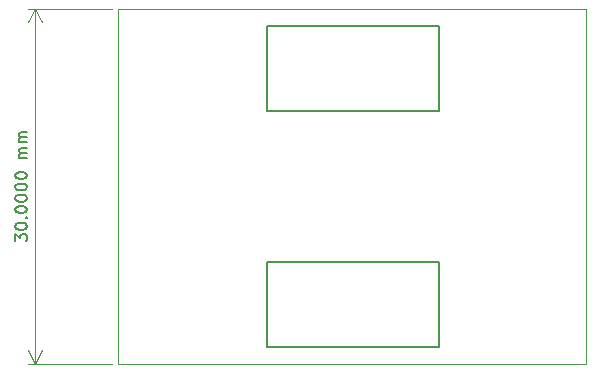
<source format=gm1>
G04 #@! TF.GenerationSoftware,KiCad,Pcbnew,7.0.7-7.0.7~ubuntu22.04.1*
G04 #@! TF.CreationDate,2023-10-15T17:29:54+01:00*
G04 #@! TF.ProjectId,USB_distri,5553425f-6469-4737-9472-692e6b696361,rev?*
G04 #@! TF.SameCoordinates,Original*
G04 #@! TF.FileFunction,Profile,NP*
%FSLAX46Y46*%
G04 Gerber Fmt 4.6, Leading zero omitted, Abs format (unit mm)*
G04 Created by KiCad (PCBNEW 7.0.7-7.0.7~ubuntu22.04.1) date 2023-10-15 17:29:54*
%MOMM*%
%LPD*%
G01*
G04 APERTURE LIST*
G04 #@! TA.AperFunction,Profile*
%ADD10C,0.150000*%
G04 #@! TD*
G04 #@! TA.AperFunction,Profile*
%ADD11C,0.100000*%
G04 #@! TD*
%ADD12C,0.150000*%
G04 APERTURE END LIST*
D10*
X138800000Y-100800000D02*
X153300000Y-100800000D01*
X153300000Y-108000000D01*
X138800000Y-108000000D01*
X138800000Y-100800000D01*
D11*
X126150000Y-99400000D02*
X165800000Y-99400000D01*
X165800000Y-129400000D01*
X126150000Y-129400000D01*
X126150000Y-99400000D01*
D10*
X138800000Y-120800000D02*
X153300000Y-120800000D01*
X153300000Y-128000000D01*
X138800000Y-128000000D01*
X138800000Y-120800000D01*
D12*
X117454819Y-119066665D02*
X117454819Y-118447618D01*
X117454819Y-118447618D02*
X117835771Y-118780951D01*
X117835771Y-118780951D02*
X117835771Y-118638094D01*
X117835771Y-118638094D02*
X117883390Y-118542856D01*
X117883390Y-118542856D02*
X117931009Y-118495237D01*
X117931009Y-118495237D02*
X118026247Y-118447618D01*
X118026247Y-118447618D02*
X118264342Y-118447618D01*
X118264342Y-118447618D02*
X118359580Y-118495237D01*
X118359580Y-118495237D02*
X118407200Y-118542856D01*
X118407200Y-118542856D02*
X118454819Y-118638094D01*
X118454819Y-118638094D02*
X118454819Y-118923808D01*
X118454819Y-118923808D02*
X118407200Y-119019046D01*
X118407200Y-119019046D02*
X118359580Y-119066665D01*
X117454819Y-117828570D02*
X117454819Y-117733332D01*
X117454819Y-117733332D02*
X117502438Y-117638094D01*
X117502438Y-117638094D02*
X117550057Y-117590475D01*
X117550057Y-117590475D02*
X117645295Y-117542856D01*
X117645295Y-117542856D02*
X117835771Y-117495237D01*
X117835771Y-117495237D02*
X118073866Y-117495237D01*
X118073866Y-117495237D02*
X118264342Y-117542856D01*
X118264342Y-117542856D02*
X118359580Y-117590475D01*
X118359580Y-117590475D02*
X118407200Y-117638094D01*
X118407200Y-117638094D02*
X118454819Y-117733332D01*
X118454819Y-117733332D02*
X118454819Y-117828570D01*
X118454819Y-117828570D02*
X118407200Y-117923808D01*
X118407200Y-117923808D02*
X118359580Y-117971427D01*
X118359580Y-117971427D02*
X118264342Y-118019046D01*
X118264342Y-118019046D02*
X118073866Y-118066665D01*
X118073866Y-118066665D02*
X117835771Y-118066665D01*
X117835771Y-118066665D02*
X117645295Y-118019046D01*
X117645295Y-118019046D02*
X117550057Y-117971427D01*
X117550057Y-117971427D02*
X117502438Y-117923808D01*
X117502438Y-117923808D02*
X117454819Y-117828570D01*
X118359580Y-117066665D02*
X118407200Y-117019046D01*
X118407200Y-117019046D02*
X118454819Y-117066665D01*
X118454819Y-117066665D02*
X118407200Y-117114284D01*
X118407200Y-117114284D02*
X118359580Y-117066665D01*
X118359580Y-117066665D02*
X118454819Y-117066665D01*
X117454819Y-116399999D02*
X117454819Y-116304761D01*
X117454819Y-116304761D02*
X117502438Y-116209523D01*
X117502438Y-116209523D02*
X117550057Y-116161904D01*
X117550057Y-116161904D02*
X117645295Y-116114285D01*
X117645295Y-116114285D02*
X117835771Y-116066666D01*
X117835771Y-116066666D02*
X118073866Y-116066666D01*
X118073866Y-116066666D02*
X118264342Y-116114285D01*
X118264342Y-116114285D02*
X118359580Y-116161904D01*
X118359580Y-116161904D02*
X118407200Y-116209523D01*
X118407200Y-116209523D02*
X118454819Y-116304761D01*
X118454819Y-116304761D02*
X118454819Y-116399999D01*
X118454819Y-116399999D02*
X118407200Y-116495237D01*
X118407200Y-116495237D02*
X118359580Y-116542856D01*
X118359580Y-116542856D02*
X118264342Y-116590475D01*
X118264342Y-116590475D02*
X118073866Y-116638094D01*
X118073866Y-116638094D02*
X117835771Y-116638094D01*
X117835771Y-116638094D02*
X117645295Y-116590475D01*
X117645295Y-116590475D02*
X117550057Y-116542856D01*
X117550057Y-116542856D02*
X117502438Y-116495237D01*
X117502438Y-116495237D02*
X117454819Y-116399999D01*
X117454819Y-115447618D02*
X117454819Y-115352380D01*
X117454819Y-115352380D02*
X117502438Y-115257142D01*
X117502438Y-115257142D02*
X117550057Y-115209523D01*
X117550057Y-115209523D02*
X117645295Y-115161904D01*
X117645295Y-115161904D02*
X117835771Y-115114285D01*
X117835771Y-115114285D02*
X118073866Y-115114285D01*
X118073866Y-115114285D02*
X118264342Y-115161904D01*
X118264342Y-115161904D02*
X118359580Y-115209523D01*
X118359580Y-115209523D02*
X118407200Y-115257142D01*
X118407200Y-115257142D02*
X118454819Y-115352380D01*
X118454819Y-115352380D02*
X118454819Y-115447618D01*
X118454819Y-115447618D02*
X118407200Y-115542856D01*
X118407200Y-115542856D02*
X118359580Y-115590475D01*
X118359580Y-115590475D02*
X118264342Y-115638094D01*
X118264342Y-115638094D02*
X118073866Y-115685713D01*
X118073866Y-115685713D02*
X117835771Y-115685713D01*
X117835771Y-115685713D02*
X117645295Y-115638094D01*
X117645295Y-115638094D02*
X117550057Y-115590475D01*
X117550057Y-115590475D02*
X117502438Y-115542856D01*
X117502438Y-115542856D02*
X117454819Y-115447618D01*
X117454819Y-114495237D02*
X117454819Y-114399999D01*
X117454819Y-114399999D02*
X117502438Y-114304761D01*
X117502438Y-114304761D02*
X117550057Y-114257142D01*
X117550057Y-114257142D02*
X117645295Y-114209523D01*
X117645295Y-114209523D02*
X117835771Y-114161904D01*
X117835771Y-114161904D02*
X118073866Y-114161904D01*
X118073866Y-114161904D02*
X118264342Y-114209523D01*
X118264342Y-114209523D02*
X118359580Y-114257142D01*
X118359580Y-114257142D02*
X118407200Y-114304761D01*
X118407200Y-114304761D02*
X118454819Y-114399999D01*
X118454819Y-114399999D02*
X118454819Y-114495237D01*
X118454819Y-114495237D02*
X118407200Y-114590475D01*
X118407200Y-114590475D02*
X118359580Y-114638094D01*
X118359580Y-114638094D02*
X118264342Y-114685713D01*
X118264342Y-114685713D02*
X118073866Y-114733332D01*
X118073866Y-114733332D02*
X117835771Y-114733332D01*
X117835771Y-114733332D02*
X117645295Y-114685713D01*
X117645295Y-114685713D02*
X117550057Y-114638094D01*
X117550057Y-114638094D02*
X117502438Y-114590475D01*
X117502438Y-114590475D02*
X117454819Y-114495237D01*
X117454819Y-113542856D02*
X117454819Y-113447618D01*
X117454819Y-113447618D02*
X117502438Y-113352380D01*
X117502438Y-113352380D02*
X117550057Y-113304761D01*
X117550057Y-113304761D02*
X117645295Y-113257142D01*
X117645295Y-113257142D02*
X117835771Y-113209523D01*
X117835771Y-113209523D02*
X118073866Y-113209523D01*
X118073866Y-113209523D02*
X118264342Y-113257142D01*
X118264342Y-113257142D02*
X118359580Y-113304761D01*
X118359580Y-113304761D02*
X118407200Y-113352380D01*
X118407200Y-113352380D02*
X118454819Y-113447618D01*
X118454819Y-113447618D02*
X118454819Y-113542856D01*
X118454819Y-113542856D02*
X118407200Y-113638094D01*
X118407200Y-113638094D02*
X118359580Y-113685713D01*
X118359580Y-113685713D02*
X118264342Y-113733332D01*
X118264342Y-113733332D02*
X118073866Y-113780951D01*
X118073866Y-113780951D02*
X117835771Y-113780951D01*
X117835771Y-113780951D02*
X117645295Y-113733332D01*
X117645295Y-113733332D02*
X117550057Y-113685713D01*
X117550057Y-113685713D02*
X117502438Y-113638094D01*
X117502438Y-113638094D02*
X117454819Y-113542856D01*
X118454819Y-112019046D02*
X117788152Y-112019046D01*
X117883390Y-112019046D02*
X117835771Y-111971427D01*
X117835771Y-111971427D02*
X117788152Y-111876189D01*
X117788152Y-111876189D02*
X117788152Y-111733332D01*
X117788152Y-111733332D02*
X117835771Y-111638094D01*
X117835771Y-111638094D02*
X117931009Y-111590475D01*
X117931009Y-111590475D02*
X118454819Y-111590475D01*
X117931009Y-111590475D02*
X117835771Y-111542856D01*
X117835771Y-111542856D02*
X117788152Y-111447618D01*
X117788152Y-111447618D02*
X117788152Y-111304761D01*
X117788152Y-111304761D02*
X117835771Y-111209522D01*
X117835771Y-111209522D02*
X117931009Y-111161903D01*
X117931009Y-111161903D02*
X118454819Y-111161903D01*
X118454819Y-110685713D02*
X117788152Y-110685713D01*
X117883390Y-110685713D02*
X117835771Y-110638094D01*
X117835771Y-110638094D02*
X117788152Y-110542856D01*
X117788152Y-110542856D02*
X117788152Y-110399999D01*
X117788152Y-110399999D02*
X117835771Y-110304761D01*
X117835771Y-110304761D02*
X117931009Y-110257142D01*
X117931009Y-110257142D02*
X118454819Y-110257142D01*
X117931009Y-110257142D02*
X117835771Y-110209523D01*
X117835771Y-110209523D02*
X117788152Y-110114285D01*
X117788152Y-110114285D02*
X117788152Y-109971428D01*
X117788152Y-109971428D02*
X117835771Y-109876189D01*
X117835771Y-109876189D02*
X117931009Y-109828570D01*
X117931009Y-109828570D02*
X118454819Y-109828570D01*
D11*
X125650000Y-129400000D02*
X118563580Y-129400000D01*
X125650000Y-99400000D02*
X118563580Y-99400000D01*
X119150000Y-129400000D02*
X119150000Y-99400000D01*
X119150000Y-129400000D02*
X119150000Y-99400000D01*
X119150000Y-129400000D02*
X118563579Y-128273496D01*
X119150000Y-129400000D02*
X119736421Y-128273496D01*
X119150000Y-99400000D02*
X119736421Y-100526504D01*
X119150000Y-99400000D02*
X118563579Y-100526504D01*
M02*

</source>
